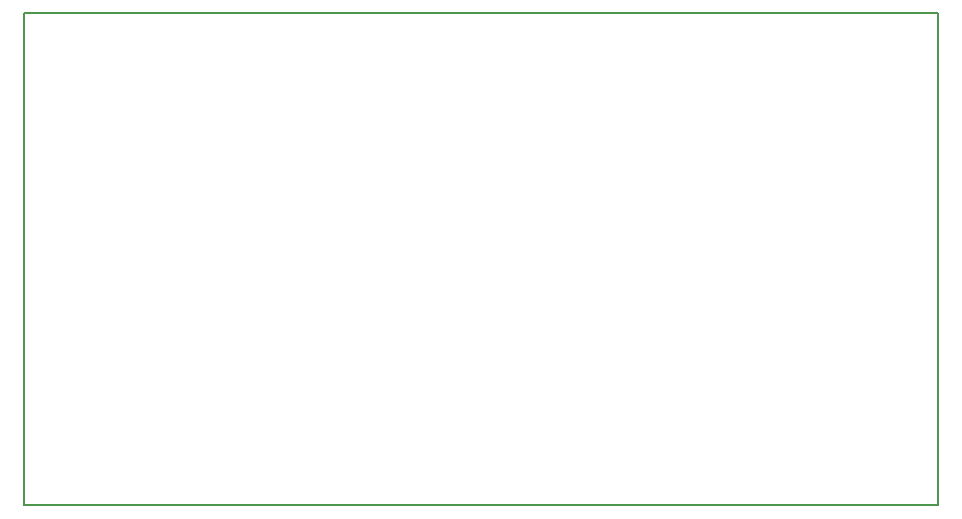
<source format=gbo>
G04 MADE WITH FRITZING*
G04 WWW.FRITZING.ORG*
G04 DOUBLE SIDED*
G04 HOLES PLATED*
G04 CONTOUR ON CENTER OF CONTOUR VECTOR*
%ASAXBY*%
%FSLAX23Y23*%
%MOIN*%
%OFA0B0*%
%SFA1.0B1.0*%
%ADD10R,3.054150X1.649360X3.038150X1.633360*%
%ADD11C,0.008000*%
%LNSILK0*%
G90*
G70*
G54D11*
X4Y1645D02*
X3050Y1645D01*
X3050Y4D01*
X4Y4D01*
X4Y1645D01*
D02*
G04 End of Silk0*
M02*
</source>
